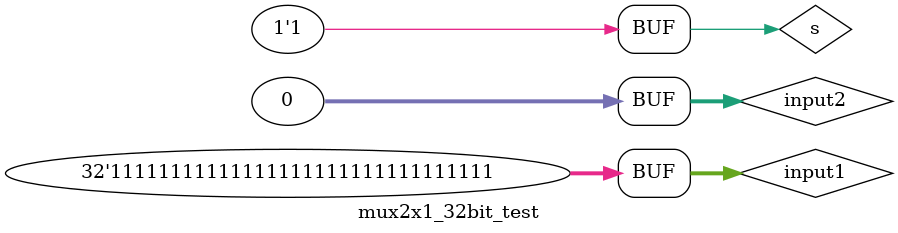
<source format=v>
module mux2x1_32bit_test();

wire [31:0] out;
reg [31:0] input1,input2;
reg s;


mux2x1_32bit mux2_1_32(out,input1,input2,s);

initial begin
  input1=32'b11111111111111111111111111111111;
  input2=32'b00000000000000000000000000000000;
  s=1'b0;
#5;
  s=1;
end

initial begin
  $monitor("Time:%2d input1:%32b, input2:%32b, s:%1b, out:%32b",$time,input1,input2,s,out);
end


endmodule

</source>
